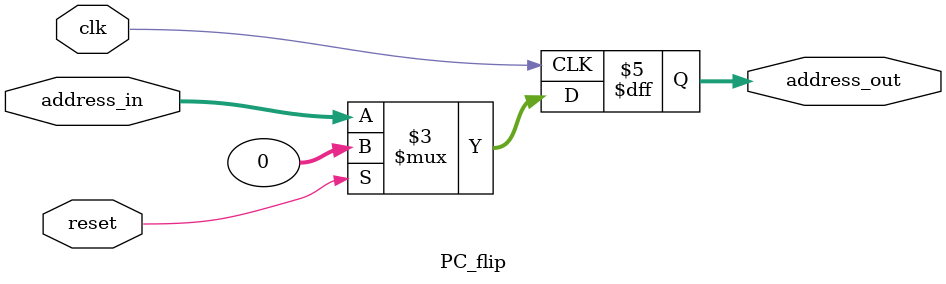
<source format=sv>
module PC_flip (input logic clk,reset,input logic[31:0]address_in, output logic [31:0] address_out );


	always_ff@(posedge clk ) begin 

		if (reset)
			address_out<= 32'b0;
		else  address_out<=address_in;

	end 

endmodule

</source>
